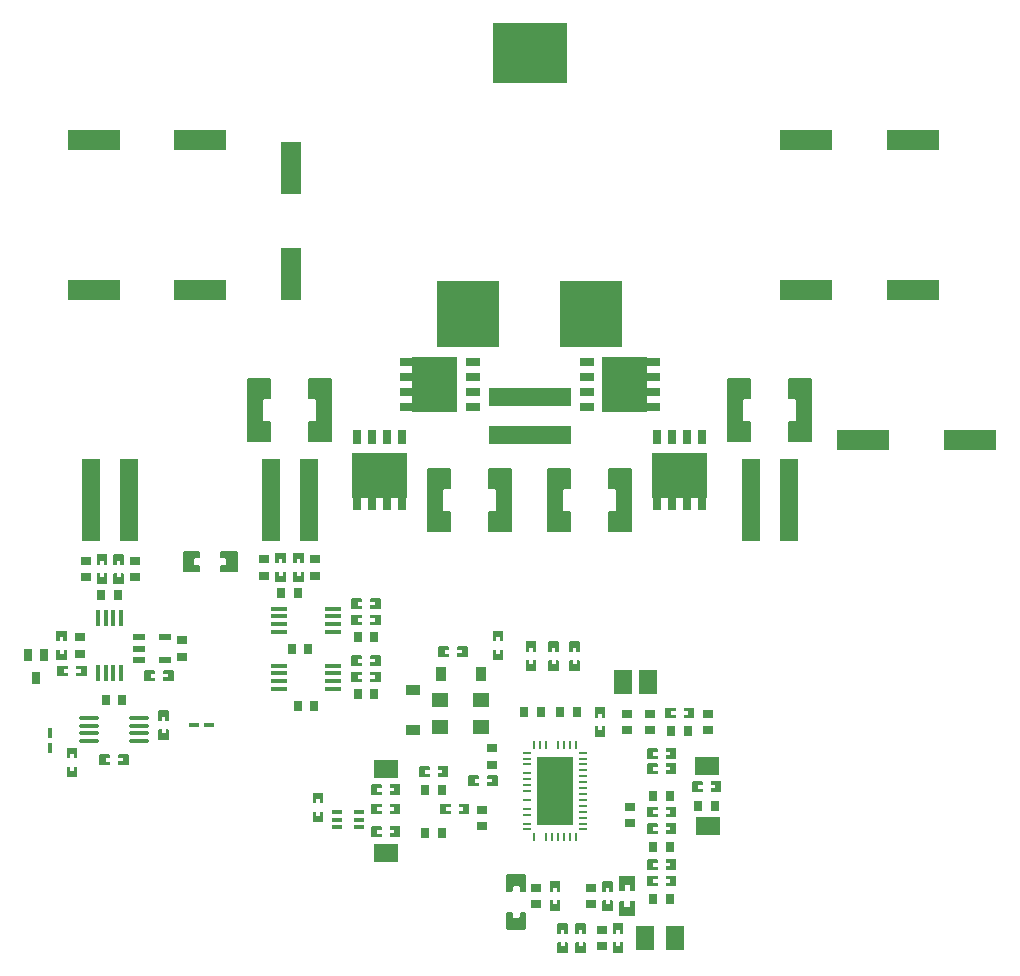
<source format=gtp>
G04 Layer: TopPasteMaskLayer*
G04 EasyEDA v6.5.37, 2024-09-25 03:55:15*
G04 7e8e10f67f6b4ae2816efe54b0c62c6c,10*
G04 Gerber Generator version 0.2*
G04 Scale: 100 percent, Rotated: No, Reflected: No *
G04 Dimensions in inches *
G04 leading zeros omitted , absolute positions ,3 integer and 6 decimal *
%FSLAX36Y36*%
%MOIN*%

%AMMACRO1*21,1,$1,$2,0,0,$3*%
%ADD10MACRO1,0.0142X0.0366X90.0000*%
%ADD11R,0.0366X0.0142*%
%ADD12MACRO1,0.0142X0.0366X0.0000*%
%ADD13R,0.0315X0.0354*%
%ADD14R,0.0354X0.0315*%
%ADD15R,0.0276X0.0394*%
%ADD16O,0.066614X0.014331*%
%ADD17R,0.0394X0.0236*%
%ADD18R,0.0550X0.0160*%
%ADD19R,0.0160X0.0550*%
%ADD20R,0.0591X0.2756*%
%ADD21R,0.2756X0.0591*%
%ADD22R,0.1772X0.0650*%
%ADD23R,0.0650X0.1772*%
%ADD24R,0.0374X0.0453*%
%ADD25R,0.0453X0.0374*%
%ADD26R,0.0551X0.0472*%
%ADD27R,0.2098X0.2201*%
%ADD28R,0.2500X0.2000*%
%ADD29R,0.0787X0.0591*%
%ADD30R,0.0591X0.0787*%
%ADD31R,0.0276X0.0098*%
%ADD32R,0.0098X0.0276*%
%ADD33R,0.1220X0.2303*%
%ADD34R,0.0361X0.0138*%
%ADD35R,0.0192X0.0138*%

%LPD*%
G36*
X972400Y-1770980D02*
G01*
X968460Y-1774920D01*
X968460Y-1789500D01*
X972400Y-1793440D01*
X984400Y-1793440D01*
X988340Y-1797380D01*
X988340Y-1812620D01*
X984400Y-1816560D01*
X972400Y-1816560D01*
X968460Y-1820500D01*
X968460Y-1835080D01*
X972400Y-1839019D01*
X1023000Y-1839019D01*
X1026919Y-1835080D01*
X1026919Y-1774920D01*
X1023000Y-1770980D01*
G37*
G36*
X847000Y-1770980D02*
G01*
X843080Y-1774920D01*
X843080Y-1835080D01*
X847000Y-1839019D01*
X897600Y-1839019D01*
X901540Y-1835080D01*
X901540Y-1820500D01*
X897600Y-1816560D01*
X885600Y-1816560D01*
X881660Y-1812620D01*
X881660Y-1797380D01*
X885600Y-1793440D01*
X897600Y-1793440D01*
X901540Y-1789500D01*
X901540Y-1774920D01*
X897600Y-1770980D01*
G37*
G36*
X1214260Y-1775980D02*
G01*
X1212280Y-1777940D01*
X1212280Y-1809440D01*
X1214260Y-1811420D01*
X1223220Y-1811420D01*
X1223220Y-1796840D01*
X1236220Y-1796840D01*
X1236220Y-1811420D01*
X1245740Y-1811420D01*
X1247720Y-1809440D01*
X1247720Y-1777940D01*
X1245740Y-1775980D01*
G37*
G36*
X1214240Y-1838580D02*
G01*
X1212280Y-1840540D01*
X1212280Y-1872040D01*
X1214240Y-1874019D01*
X1245740Y-1874019D01*
X1247720Y-1872040D01*
X1247720Y-1840540D01*
X1245740Y-1838580D01*
X1236760Y-1838580D01*
X1236760Y-1853140D01*
X1223780Y-1853140D01*
X1223780Y-1838580D01*
G37*
G36*
X2069259Y-2870980D02*
G01*
X2067280Y-2872960D01*
X2067280Y-2904440D01*
X2069259Y-2906420D01*
X2078220Y-2906420D01*
X2078220Y-2891840D01*
X2091220Y-2891840D01*
X2091220Y-2906420D01*
X2100740Y-2906420D01*
X2102720Y-2904440D01*
X2102720Y-2872960D01*
X2100740Y-2870980D01*
G37*
G36*
X2069259Y-2933580D02*
G01*
X2067280Y-2935560D01*
X2067280Y-2967040D01*
X2069259Y-2969020D01*
X2100740Y-2969020D01*
X2102720Y-2967040D01*
X2102720Y-2935560D01*
X2100740Y-2933580D01*
X2091780Y-2933580D01*
X2091780Y-2948159D01*
X2078779Y-2948159D01*
X2078779Y-2933580D01*
G37*
G36*
X614260Y-1843580D02*
G01*
X612280Y-1845560D01*
X612280Y-1877040D01*
X614260Y-1879019D01*
X645740Y-1879019D01*
X647720Y-1877040D01*
X647720Y-1845560D01*
X645740Y-1843580D01*
X636780Y-1843580D01*
X636780Y-1858160D01*
X623780Y-1858160D01*
X623780Y-1843580D01*
G37*
G36*
X614260Y-1780980D02*
G01*
X612280Y-1782960D01*
X612280Y-1814440D01*
X614260Y-1816420D01*
X623220Y-1816420D01*
X623220Y-1801840D01*
X636220Y-1801840D01*
X636220Y-1816420D01*
X645740Y-1816420D01*
X647720Y-1814440D01*
X647720Y-1782960D01*
X645740Y-1780980D01*
G37*
G36*
X559260Y-1843580D02*
G01*
X557280Y-1845560D01*
X557280Y-1877040D01*
X559260Y-1879019D01*
X590740Y-1879019D01*
X592720Y-1877040D01*
X592720Y-1845560D01*
X590740Y-1843580D01*
X581780Y-1843580D01*
X581780Y-1858160D01*
X568780Y-1858160D01*
X568780Y-1843580D01*
G37*
G36*
X559260Y-1780980D02*
G01*
X557280Y-1782960D01*
X557280Y-1814440D01*
X559260Y-1816420D01*
X568220Y-1816420D01*
X568220Y-1801840D01*
X581220Y-1801840D01*
X581220Y-1816420D01*
X590740Y-1816420D01*
X592720Y-1814440D01*
X592720Y-1782960D01*
X590740Y-1780980D01*
G37*
G36*
X1154260Y-1775980D02*
G01*
X1152280Y-1777940D01*
X1152280Y-1809440D01*
X1154260Y-1811420D01*
X1163220Y-1811420D01*
X1163220Y-1796840D01*
X1176220Y-1796840D01*
X1176220Y-1811420D01*
X1185740Y-1811420D01*
X1187720Y-1809440D01*
X1187720Y-1777940D01*
X1185740Y-1775980D01*
G37*
G36*
X1154240Y-1838580D02*
G01*
X1152280Y-1840540D01*
X1152280Y-1872040D01*
X1154240Y-1874019D01*
X1185740Y-1874019D01*
X1187720Y-1872040D01*
X1187720Y-1840540D01*
X1185740Y-1838580D01*
X1176760Y-1838580D01*
X1176760Y-1853140D01*
X1163780Y-1853140D01*
X1163780Y-1838580D01*
G37*
G36*
X780560Y-2167280D02*
G01*
X778580Y-2169240D01*
X778580Y-2178220D01*
X793139Y-2178220D01*
X793139Y-2191220D01*
X778580Y-2191220D01*
X778580Y-2200740D01*
X780560Y-2202720D01*
X812039Y-2202720D01*
X814020Y-2200740D01*
X814020Y-2169240D01*
X812039Y-2167280D01*
G37*
G36*
X717960Y-2167280D02*
G01*
X715980Y-2169240D01*
X715980Y-2200740D01*
X717960Y-2202720D01*
X749440Y-2202720D01*
X751420Y-2200740D01*
X751420Y-2191760D01*
X736840Y-2191760D01*
X736840Y-2178780D01*
X751420Y-2178780D01*
X751420Y-2169240D01*
X749440Y-2167280D01*
G37*
G36*
X490560Y-2152280D02*
G01*
X488579Y-2154260D01*
X488579Y-2163220D01*
X503160Y-2163220D01*
X503160Y-2176220D01*
X488579Y-2176220D01*
X488579Y-2185740D01*
X490560Y-2187720D01*
X522040Y-2187720D01*
X524020Y-2185740D01*
X524020Y-2154260D01*
X522040Y-2152280D01*
G37*
G36*
X427960Y-2152280D02*
G01*
X425980Y-2154260D01*
X425980Y-2185740D01*
X427960Y-2187720D01*
X459440Y-2187720D01*
X461420Y-2185740D01*
X461420Y-2176780D01*
X446840Y-2176780D01*
X446840Y-2163780D01*
X461420Y-2163780D01*
X461420Y-2154260D01*
X459440Y-2152280D01*
G37*
G36*
X459260Y-2425980D02*
G01*
X457280Y-2427940D01*
X457280Y-2459440D01*
X459260Y-2461420D01*
X468220Y-2461420D01*
X468220Y-2446840D01*
X481220Y-2446840D01*
X481220Y-2461420D01*
X490740Y-2461420D01*
X492720Y-2459440D01*
X492720Y-2427940D01*
X490740Y-2425980D01*
G37*
G36*
X459260Y-2488580D02*
G01*
X457280Y-2490540D01*
X457280Y-2522040D01*
X459260Y-2524020D01*
X490740Y-2524020D01*
X492720Y-2522040D01*
X492720Y-2490540D01*
X490740Y-2488580D01*
X481780Y-2488580D01*
X481780Y-2503140D01*
X468780Y-2503140D01*
X468780Y-2488580D01*
G37*
G36*
X630560Y-2447280D02*
G01*
X628580Y-2449240D01*
X628580Y-2458220D01*
X643139Y-2458220D01*
X643139Y-2471220D01*
X628580Y-2471220D01*
X628580Y-2480740D01*
X630560Y-2482720D01*
X662039Y-2482720D01*
X664020Y-2480740D01*
X664020Y-2449240D01*
X662039Y-2447280D01*
G37*
G36*
X567960Y-2447280D02*
G01*
X565980Y-2449240D01*
X565980Y-2480740D01*
X567960Y-2482720D01*
X599440Y-2482720D01*
X601420Y-2480740D01*
X601420Y-2471760D01*
X586840Y-2471760D01*
X586840Y-2458780D01*
X601420Y-2458780D01*
X601420Y-2449240D01*
X599440Y-2447280D01*
G37*
G36*
X764260Y-2300980D02*
G01*
X762280Y-2302940D01*
X762280Y-2334440D01*
X764260Y-2336420D01*
X773220Y-2336420D01*
X773220Y-2321840D01*
X786220Y-2321840D01*
X786220Y-2336420D01*
X795740Y-2336420D01*
X797720Y-2334440D01*
X797720Y-2302940D01*
X795740Y-2300980D01*
G37*
G36*
X764260Y-2363580D02*
G01*
X762280Y-2365540D01*
X762280Y-2397040D01*
X764260Y-2399020D01*
X795740Y-2399020D01*
X797720Y-2397040D01*
X797720Y-2365540D01*
X795740Y-2363580D01*
X786780Y-2363580D01*
X786780Y-2378140D01*
X773780Y-2378140D01*
X773780Y-2363580D01*
G37*
G36*
X1470560Y-2172280D02*
G01*
X1468580Y-2174260D01*
X1468580Y-2183220D01*
X1483140Y-2183220D01*
X1483140Y-2196220D01*
X1468580Y-2196220D01*
X1468580Y-2205740D01*
X1470560Y-2207720D01*
X1502040Y-2207720D01*
X1504019Y-2205740D01*
X1504019Y-2174260D01*
X1502040Y-2172280D01*
G37*
G36*
X1407960Y-2172280D02*
G01*
X1405980Y-2174260D01*
X1405980Y-2205740D01*
X1407960Y-2207720D01*
X1439440Y-2207720D01*
X1441420Y-2205740D01*
X1441420Y-2196780D01*
X1426860Y-2196780D01*
X1426860Y-2183780D01*
X1441420Y-2183780D01*
X1441420Y-2174260D01*
X1439440Y-2172280D01*
G37*
G36*
X1470560Y-1982280D02*
G01*
X1468580Y-1984259D01*
X1468580Y-1993220D01*
X1483140Y-1993220D01*
X1483140Y-2006220D01*
X1468580Y-2006220D01*
X1468580Y-2015740D01*
X1470560Y-2017720D01*
X1502040Y-2017720D01*
X1504019Y-2015740D01*
X1504019Y-1984259D01*
X1502040Y-1982280D01*
G37*
G36*
X1407960Y-1982280D02*
G01*
X1405980Y-1984259D01*
X1405980Y-2015740D01*
X1407960Y-2017720D01*
X1439440Y-2017720D01*
X1441420Y-2015740D01*
X1441420Y-2006780D01*
X1426860Y-2006780D01*
X1426860Y-1993779D01*
X1441420Y-1993779D01*
X1441420Y-1984259D01*
X1439440Y-1982280D01*
G37*
G36*
X1470560Y-2117280D02*
G01*
X1468580Y-2119260D01*
X1468580Y-2128220D01*
X1483140Y-2128220D01*
X1483140Y-2141220D01*
X1468580Y-2141220D01*
X1468580Y-2150740D01*
X1470560Y-2152720D01*
X1502040Y-2152720D01*
X1504019Y-2150740D01*
X1504019Y-2119260D01*
X1502040Y-2117280D01*
G37*
G36*
X1407960Y-2117280D02*
G01*
X1405980Y-2119260D01*
X1405980Y-2150740D01*
X1407960Y-2152720D01*
X1439440Y-2152720D01*
X1441420Y-2150740D01*
X1441420Y-2141780D01*
X1426860Y-2141780D01*
X1426860Y-2128780D01*
X1441420Y-2128780D01*
X1441420Y-2119260D01*
X1439440Y-2117280D01*
G37*
G36*
X1470560Y-1927280D02*
G01*
X1468580Y-1929259D01*
X1468580Y-1938220D01*
X1483140Y-1938220D01*
X1483140Y-1951220D01*
X1468580Y-1951220D01*
X1468580Y-1960740D01*
X1470560Y-1962720D01*
X1502040Y-1962720D01*
X1504019Y-1960740D01*
X1504019Y-1929259D01*
X1502040Y-1927280D01*
G37*
G36*
X1407960Y-1927280D02*
G01*
X1405980Y-1929259D01*
X1405980Y-1960740D01*
X1407960Y-1962720D01*
X1439440Y-1962720D01*
X1441420Y-1960740D01*
X1441420Y-1951780D01*
X1426860Y-1951780D01*
X1426860Y-1938779D01*
X1441420Y-1938779D01*
X1441420Y-1929259D01*
X1439440Y-1927280D01*
G37*
G36*
X424260Y-2035980D02*
G01*
X422280Y-2037960D01*
X422280Y-2069440D01*
X424260Y-2071420D01*
X433220Y-2071420D01*
X433220Y-2056840D01*
X446220Y-2056840D01*
X446220Y-2071420D01*
X455740Y-2071420D01*
X457720Y-2069440D01*
X457720Y-2037960D01*
X455740Y-2035980D01*
G37*
G36*
X424260Y-2098580D02*
G01*
X422280Y-2100560D01*
X422280Y-2132040D01*
X424260Y-2134020D01*
X455740Y-2134020D01*
X457720Y-2132040D01*
X457720Y-2100560D01*
X455740Y-2098580D01*
X446780Y-2098580D01*
X446780Y-2113160D01*
X433780Y-2113160D01*
X433780Y-2098580D01*
G37*
G36*
X2279260Y-3010980D02*
G01*
X2277280Y-3012960D01*
X2277280Y-3044440D01*
X2279260Y-3046420D01*
X2288220Y-3046420D01*
X2288220Y-3031840D01*
X2301220Y-3031840D01*
X2301220Y-3046420D01*
X2310740Y-3046420D01*
X2312720Y-3044440D01*
X2312720Y-3012960D01*
X2310740Y-3010980D01*
G37*
G36*
X2279260Y-3073580D02*
G01*
X2277280Y-3075560D01*
X2277280Y-3107040D01*
X2279260Y-3109020D01*
X2310740Y-3109020D01*
X2312720Y-3107040D01*
X2312720Y-3075560D01*
X2310740Y-3073580D01*
X2301780Y-3073580D01*
X2301780Y-3088159D01*
X2288780Y-3088159D01*
X2288780Y-3073580D01*
G37*
G36*
X1535560Y-2547280D02*
G01*
X1533580Y-2549260D01*
X1533580Y-2558220D01*
X1548140Y-2558220D01*
X1548140Y-2571220D01*
X1533580Y-2571220D01*
X1533580Y-2580740D01*
X1535560Y-2582720D01*
X1567040Y-2582720D01*
X1569019Y-2580740D01*
X1569019Y-2549260D01*
X1567040Y-2547280D01*
G37*
G36*
X1472960Y-2547280D02*
G01*
X1470980Y-2549260D01*
X1470980Y-2580740D01*
X1472960Y-2582720D01*
X1504440Y-2582720D01*
X1506420Y-2580740D01*
X1506420Y-2571780D01*
X1491860Y-2571780D01*
X1491860Y-2558780D01*
X1506420Y-2558780D01*
X1506420Y-2549260D01*
X1504440Y-2547280D01*
G37*
G36*
X1472960Y-2687280D02*
G01*
X1470980Y-2689260D01*
X1470980Y-2720740D01*
X1472960Y-2722720D01*
X1504440Y-2722720D01*
X1506420Y-2720740D01*
X1506420Y-2711780D01*
X1491860Y-2711780D01*
X1491860Y-2698780D01*
X1506420Y-2698780D01*
X1506420Y-2689260D01*
X1504440Y-2687280D01*
G37*
G36*
X1535560Y-2687280D02*
G01*
X1533580Y-2689260D01*
X1533580Y-2698220D01*
X1548140Y-2698220D01*
X1548140Y-2711220D01*
X1533580Y-2711220D01*
X1533580Y-2720740D01*
X1535560Y-2722720D01*
X1567040Y-2722720D01*
X1569019Y-2720740D01*
X1569019Y-2689260D01*
X1567040Y-2687280D01*
G37*
G36*
X1472960Y-2612280D02*
G01*
X1470980Y-2614260D01*
X1470980Y-2645740D01*
X1472960Y-2647720D01*
X1504440Y-2647720D01*
X1506420Y-2645740D01*
X1506420Y-2636780D01*
X1491860Y-2636780D01*
X1491860Y-2623780D01*
X1506420Y-2623780D01*
X1506420Y-2614260D01*
X1504440Y-2612280D01*
G37*
G36*
X1535560Y-2612280D02*
G01*
X1533580Y-2614260D01*
X1533580Y-2623220D01*
X1548140Y-2623220D01*
X1548140Y-2636220D01*
X1533580Y-2636220D01*
X1533580Y-2645740D01*
X1535560Y-2647720D01*
X1567040Y-2647720D01*
X1569019Y-2645740D01*
X1569019Y-2614260D01*
X1567040Y-2612280D01*
G37*
G36*
X2315940Y-2937720D02*
G01*
X2299800Y-2937919D01*
X2297840Y-2939880D01*
X2297840Y-2985160D01*
X2299800Y-2987120D01*
X2350200Y-2987120D01*
X2352160Y-2985160D01*
X2352160Y-2939880D01*
X2350200Y-2937919D01*
X2333660Y-2938100D01*
X2333660Y-2955440D01*
X2315940Y-2955440D01*
G37*
G36*
X2299800Y-2852880D02*
G01*
X2297840Y-2854840D01*
X2297840Y-2900120D01*
X2299800Y-2902080D01*
X2316340Y-2901900D01*
X2316340Y-2884560D01*
X2334060Y-2884560D01*
X2334060Y-2902280D01*
X2350200Y-2902080D01*
X2352160Y-2900120D01*
X2352160Y-2854840D01*
X2350200Y-2852880D01*
G37*
G36*
X1924920Y-2848080D02*
G01*
X1920980Y-2852000D01*
X1920980Y-2902600D01*
X1924920Y-2906540D01*
X1939500Y-2906540D01*
X1943440Y-2902600D01*
X1943440Y-2890600D01*
X1947380Y-2886660D01*
X1962620Y-2886660D01*
X1966560Y-2890600D01*
X1966560Y-2902600D01*
X1970500Y-2906540D01*
X1985080Y-2906540D01*
X1989019Y-2902600D01*
X1989019Y-2852000D01*
X1985080Y-2848080D01*
G37*
G36*
X1924920Y-2973460D02*
G01*
X1920980Y-2977400D01*
X1920980Y-3028000D01*
X1924920Y-3031920D01*
X1985080Y-3031920D01*
X1989019Y-3028000D01*
X1989019Y-2977400D01*
X1985080Y-2973460D01*
X1970500Y-2973460D01*
X1966560Y-2977400D01*
X1966560Y-2989400D01*
X1962620Y-2993340D01*
X1947380Y-2993340D01*
X1943440Y-2989400D01*
X1943440Y-2977400D01*
X1939500Y-2973460D01*
G37*
G36*
X1561220Y-1366440D02*
G01*
X1561220Y-1413680D01*
X1588779Y-1413680D01*
X1588779Y-1366440D01*
G37*
G36*
X1511220Y-1366440D02*
G01*
X1511220Y-1413680D01*
X1538779Y-1413680D01*
X1538779Y-1366440D01*
G37*
G36*
X1461220Y-1366440D02*
G01*
X1461220Y-1413680D01*
X1488779Y-1413680D01*
X1488779Y-1366440D01*
G37*
G36*
X1411220Y-1366440D02*
G01*
X1411220Y-1413680D01*
X1438779Y-1413680D01*
X1438779Y-1366440D01*
G37*
G36*
X1409460Y-1442240D02*
G01*
X1409460Y-1591819D01*
X1411420Y-1591819D01*
X1411420Y-1633580D01*
X1438980Y-1633580D01*
X1438980Y-1591819D01*
X1461020Y-1591819D01*
X1461020Y-1633540D01*
X1488540Y-1633540D01*
X1488540Y-1591819D01*
X1511020Y-1591819D01*
X1511020Y-1633540D01*
X1538540Y-1633540D01*
X1538540Y-1591819D01*
X1561060Y-1591819D01*
X1561060Y-1633540D01*
X1588580Y-1633540D01*
X1588620Y-1591819D01*
X1590560Y-1591819D01*
X1590560Y-1442240D01*
G37*
G36*
X1786320Y-1276220D02*
G01*
X1786320Y-1303779D01*
X1833560Y-1303779D01*
X1833560Y-1276220D01*
G37*
G36*
X1786320Y-1226220D02*
G01*
X1786320Y-1253780D01*
X1833560Y-1253780D01*
X1833560Y-1226220D01*
G37*
G36*
X1786320Y-1176220D02*
G01*
X1786320Y-1203780D01*
X1833560Y-1203780D01*
X1833560Y-1176220D01*
G37*
G36*
X1786320Y-1126220D02*
G01*
X1786320Y-1153780D01*
X1833560Y-1153780D01*
X1833560Y-1126220D01*
G37*
G36*
X1608180Y-1124460D02*
G01*
X1608180Y-1126420D01*
X1566420Y-1126420D01*
X1566420Y-1153980D01*
X1608180Y-1153980D01*
X1608180Y-1176020D01*
X1566459Y-1176020D01*
X1566459Y-1203540D01*
X1608180Y-1203540D01*
X1608180Y-1226020D01*
X1566459Y-1226020D01*
X1566459Y-1253540D01*
X1608180Y-1253540D01*
X1608180Y-1276060D01*
X1566459Y-1276060D01*
X1566459Y-1303580D01*
X1608180Y-1303620D01*
X1608180Y-1305560D01*
X1757760Y-1305560D01*
X1757760Y-1124460D01*
G37*
G36*
X2166440Y-1126220D02*
G01*
X2166440Y-1153780D01*
X2213680Y-1153780D01*
X2213680Y-1126220D01*
G37*
G36*
X2166440Y-1176220D02*
G01*
X2166440Y-1203780D01*
X2213680Y-1203780D01*
X2213680Y-1176220D01*
G37*
G36*
X2166440Y-1226220D02*
G01*
X2166440Y-1253780D01*
X2213680Y-1253780D01*
X2213680Y-1226220D01*
G37*
G36*
X2166440Y-1276220D02*
G01*
X2166440Y-1303779D01*
X2213680Y-1303779D01*
X2213680Y-1276220D01*
G37*
G36*
X2242240Y-1124440D02*
G01*
X2242240Y-1305540D01*
X2391820Y-1305540D01*
X2391820Y-1303580D01*
X2433580Y-1303580D01*
X2433580Y-1276020D01*
X2391820Y-1276020D01*
X2391820Y-1253980D01*
X2433540Y-1253980D01*
X2433540Y-1226460D01*
X2391820Y-1226460D01*
X2391820Y-1203980D01*
X2433540Y-1203980D01*
X2433540Y-1176460D01*
X2391820Y-1176460D01*
X2391820Y-1153940D01*
X2433540Y-1153940D01*
X2433540Y-1126420D01*
X2391820Y-1126380D01*
X2391820Y-1124440D01*
G37*
G36*
X2561220Y-1366440D02*
G01*
X2561220Y-1413680D01*
X2588780Y-1413680D01*
X2588780Y-1366440D01*
G37*
G36*
X2511220Y-1366440D02*
G01*
X2511220Y-1413680D01*
X2538780Y-1413680D01*
X2538780Y-1366440D01*
G37*
G36*
X2461220Y-1366440D02*
G01*
X2461220Y-1413680D01*
X2488780Y-1413680D01*
X2488780Y-1366440D01*
G37*
G36*
X2411220Y-1366440D02*
G01*
X2411220Y-1413680D01*
X2438780Y-1413680D01*
X2438780Y-1366440D01*
G37*
G36*
X2409460Y-1442240D02*
G01*
X2409460Y-1591819D01*
X2411420Y-1591819D01*
X2411420Y-1633580D01*
X2438980Y-1633580D01*
X2438980Y-1591819D01*
X2461020Y-1591819D01*
X2461020Y-1633540D01*
X2488540Y-1633540D01*
X2488540Y-1591819D01*
X2511020Y-1591819D01*
X2511020Y-1633540D01*
X2538540Y-1633540D01*
X2538540Y-1591819D01*
X2561060Y-1591819D01*
X2561060Y-1633540D01*
X2588580Y-1633540D01*
X2588620Y-1591819D01*
X2590560Y-1591819D01*
X2590560Y-1442240D01*
G37*
G36*
X1879259Y-2035980D02*
G01*
X1877280Y-2037960D01*
X1877280Y-2069440D01*
X1879259Y-2071420D01*
X1888220Y-2071420D01*
X1888220Y-2056840D01*
X1901220Y-2056840D01*
X1901220Y-2071420D01*
X1910740Y-2071420D01*
X1912720Y-2069440D01*
X1912720Y-2037960D01*
X1910740Y-2035980D01*
G37*
G36*
X1879259Y-2098580D02*
G01*
X1877280Y-2100560D01*
X1877280Y-2132040D01*
X1879259Y-2134020D01*
X1910740Y-2134020D01*
X1912720Y-2132040D01*
X1912720Y-2100560D01*
X1910740Y-2098580D01*
X1901780Y-2098580D01*
X1901780Y-2113160D01*
X1888779Y-2113160D01*
X1888779Y-2098580D01*
G37*
G36*
X1989259Y-2070980D02*
G01*
X1987280Y-2072960D01*
X1987280Y-2104440D01*
X1989259Y-2106420D01*
X1998220Y-2106420D01*
X1998220Y-2091840D01*
X2011220Y-2091840D01*
X2011220Y-2106420D01*
X2020740Y-2106420D01*
X2022720Y-2104440D01*
X2022720Y-2072960D01*
X2020740Y-2070980D01*
G37*
G36*
X1989259Y-2133580D02*
G01*
X1987280Y-2135560D01*
X1987280Y-2167040D01*
X1989259Y-2169020D01*
X2020740Y-2169020D01*
X2022720Y-2167040D01*
X2022720Y-2135560D01*
X2020740Y-2133580D01*
X2011780Y-2133580D01*
X2011780Y-2148160D01*
X1998779Y-2148160D01*
X1998779Y-2133580D01*
G37*
G36*
X2064259Y-2070980D02*
G01*
X2062280Y-2072960D01*
X2062280Y-2104440D01*
X2064259Y-2106420D01*
X2073220Y-2106420D01*
X2073220Y-2091840D01*
X2086220Y-2091840D01*
X2086220Y-2106420D01*
X2095740Y-2106420D01*
X2097720Y-2104440D01*
X2097720Y-2072960D01*
X2095740Y-2070980D01*
G37*
G36*
X2064259Y-2133580D02*
G01*
X2062280Y-2135560D01*
X2062280Y-2167040D01*
X2064259Y-2169020D01*
X2095740Y-2169020D01*
X2097720Y-2167040D01*
X2097720Y-2135560D01*
X2095740Y-2133580D01*
X2086780Y-2133580D01*
X2086780Y-2148160D01*
X2073779Y-2148160D01*
X2073779Y-2133580D01*
G37*
G36*
X2134260Y-2070980D02*
G01*
X2132280Y-2072960D01*
X2132280Y-2104440D01*
X2134260Y-2106420D01*
X2143220Y-2106420D01*
X2143220Y-2091840D01*
X2156220Y-2091840D01*
X2156220Y-2106420D01*
X2165740Y-2106420D01*
X2167720Y-2104440D01*
X2167720Y-2072960D01*
X2165740Y-2070980D01*
G37*
G36*
X2134260Y-2133580D02*
G01*
X2132280Y-2135560D01*
X2132280Y-2167040D01*
X2134260Y-2169020D01*
X2165740Y-2169020D01*
X2167720Y-2167040D01*
X2167720Y-2135560D01*
X2165740Y-2133580D01*
X2156780Y-2133580D01*
X2156780Y-2148160D01*
X2143780Y-2148160D01*
X2143780Y-2133580D01*
G37*
G36*
X1860560Y-2517280D02*
G01*
X1858580Y-2519260D01*
X1858580Y-2528220D01*
X1873140Y-2528220D01*
X1873140Y-2541220D01*
X1858580Y-2541220D01*
X1858580Y-2550740D01*
X1860560Y-2552720D01*
X1892040Y-2552720D01*
X1894019Y-2550740D01*
X1894019Y-2519260D01*
X1892040Y-2517280D01*
G37*
G36*
X1797960Y-2517280D02*
G01*
X1795980Y-2519260D01*
X1795980Y-2550740D01*
X1797960Y-2552720D01*
X1829440Y-2552720D01*
X1831420Y-2550740D01*
X1831420Y-2541780D01*
X1816860Y-2541780D01*
X1816860Y-2528780D01*
X1831420Y-2528780D01*
X1831420Y-2519260D01*
X1829440Y-2517280D01*
G37*
G36*
X2542960Y-2537280D02*
G01*
X2540980Y-2539260D01*
X2540980Y-2570740D01*
X2542960Y-2572720D01*
X2574440Y-2572720D01*
X2576420Y-2570740D01*
X2576420Y-2561780D01*
X2561860Y-2561780D01*
X2561860Y-2548780D01*
X2576420Y-2548780D01*
X2576420Y-2539260D01*
X2574440Y-2537280D01*
G37*
G36*
X2605560Y-2537280D02*
G01*
X2603580Y-2539260D01*
X2603580Y-2548220D01*
X2618140Y-2548220D01*
X2618140Y-2561220D01*
X2603580Y-2561220D01*
X2603580Y-2570740D01*
X2605560Y-2572720D01*
X2637040Y-2572720D01*
X2639020Y-2570740D01*
X2639020Y-2539260D01*
X2637040Y-2537280D01*
G37*
G36*
X1695560Y-2487280D02*
G01*
X1693580Y-2489260D01*
X1693580Y-2498220D01*
X1708140Y-2498220D01*
X1708140Y-2511220D01*
X1693580Y-2511220D01*
X1693580Y-2520740D01*
X1695560Y-2522720D01*
X1727040Y-2522720D01*
X1729019Y-2520740D01*
X1729019Y-2489260D01*
X1727040Y-2487280D01*
G37*
G36*
X1632960Y-2487280D02*
G01*
X1630980Y-2489260D01*
X1630980Y-2520740D01*
X1632960Y-2522720D01*
X1664440Y-2522720D01*
X1666420Y-2520740D01*
X1666420Y-2511780D01*
X1651860Y-2511780D01*
X1651860Y-2498780D01*
X1666420Y-2498780D01*
X1666420Y-2489260D01*
X1664440Y-2487280D01*
G37*
G36*
X2219260Y-2353580D02*
G01*
X2217280Y-2355560D01*
X2217280Y-2387040D01*
X2219260Y-2389020D01*
X2250740Y-2389020D01*
X2252720Y-2387040D01*
X2252720Y-2355560D01*
X2250740Y-2353580D01*
X2241780Y-2353580D01*
X2241780Y-2368160D01*
X2228780Y-2368160D01*
X2228780Y-2353580D01*
G37*
G36*
X2219260Y-2290980D02*
G01*
X2217280Y-2292960D01*
X2217280Y-2324440D01*
X2219260Y-2326420D01*
X2228220Y-2326420D01*
X2228220Y-2311840D01*
X2241220Y-2311840D01*
X2241220Y-2326420D01*
X2250740Y-2326420D01*
X2252720Y-2324440D01*
X2252720Y-2292960D01*
X2250740Y-2290980D01*
G37*
G36*
X2455560Y-2622280D02*
G01*
X2453580Y-2624260D01*
X2453580Y-2633220D01*
X2468140Y-2633220D01*
X2468140Y-2646220D01*
X2453580Y-2646220D01*
X2453580Y-2655740D01*
X2455560Y-2657720D01*
X2487040Y-2657720D01*
X2489020Y-2655740D01*
X2489020Y-2624260D01*
X2487040Y-2622280D01*
G37*
G36*
X2392960Y-2622280D02*
G01*
X2390980Y-2624260D01*
X2390980Y-2655740D01*
X2392960Y-2657720D01*
X2424440Y-2657720D01*
X2426420Y-2655740D01*
X2426420Y-2646780D01*
X2411860Y-2646780D01*
X2411860Y-2633780D01*
X2426420Y-2633780D01*
X2426420Y-2624260D01*
X2424440Y-2622280D01*
G37*
G36*
X2455560Y-2677280D02*
G01*
X2453580Y-2679260D01*
X2453580Y-2688220D01*
X2468140Y-2688220D01*
X2468140Y-2701220D01*
X2453580Y-2701220D01*
X2453580Y-2710740D01*
X2455560Y-2712720D01*
X2487040Y-2712720D01*
X2489020Y-2710740D01*
X2489020Y-2679260D01*
X2487040Y-2677280D01*
G37*
G36*
X2392960Y-2677280D02*
G01*
X2390980Y-2679260D01*
X2390980Y-2710740D01*
X2392960Y-2712720D01*
X2424440Y-2712720D01*
X2426420Y-2710740D01*
X2426420Y-2701780D01*
X2411860Y-2701780D01*
X2411860Y-2688780D01*
X2426420Y-2688780D01*
X2426420Y-2679260D01*
X2424440Y-2677280D01*
G37*
G36*
X1702960Y-2612280D02*
G01*
X1700980Y-2614260D01*
X1700980Y-2645740D01*
X1702960Y-2647720D01*
X1734440Y-2647720D01*
X1736420Y-2645740D01*
X1736420Y-2636780D01*
X1721860Y-2636780D01*
X1721860Y-2623780D01*
X1736420Y-2623780D01*
X1736420Y-2614260D01*
X1734440Y-2612280D01*
G37*
G36*
X1765560Y-2612280D02*
G01*
X1763580Y-2614260D01*
X1763580Y-2623220D01*
X1778140Y-2623220D01*
X1778140Y-2636220D01*
X1763580Y-2636220D01*
X1763580Y-2645740D01*
X1765560Y-2647720D01*
X1797040Y-2647720D01*
X1799019Y-2645740D01*
X1799019Y-2614260D01*
X1797040Y-2612280D01*
G37*
G36*
X1697960Y-2087280D02*
G01*
X1695980Y-2089259D01*
X1695980Y-2120740D01*
X1697960Y-2122720D01*
X1729440Y-2122720D01*
X1731420Y-2120740D01*
X1731420Y-2111780D01*
X1716860Y-2111780D01*
X1716860Y-2098780D01*
X1731420Y-2098780D01*
X1731420Y-2089259D01*
X1729440Y-2087280D01*
G37*
G36*
X1760560Y-2087280D02*
G01*
X1758580Y-2089259D01*
X1758580Y-2098220D01*
X1773140Y-2098220D01*
X1773140Y-2111220D01*
X1758580Y-2111220D01*
X1758580Y-2120740D01*
X1760560Y-2122720D01*
X1792040Y-2122720D01*
X1794019Y-2120740D01*
X1794019Y-2089259D01*
X1792040Y-2087280D01*
G37*
G36*
X2244260Y-2870980D02*
G01*
X2242280Y-2872960D01*
X2242280Y-2904440D01*
X2244260Y-2906420D01*
X2253220Y-2906420D01*
X2253220Y-2891840D01*
X2266220Y-2891840D01*
X2266220Y-2906420D01*
X2275740Y-2906420D01*
X2277720Y-2904440D01*
X2277720Y-2872960D01*
X2275740Y-2870980D01*
G37*
G36*
X2244260Y-2933580D02*
G01*
X2242280Y-2935560D01*
X2242280Y-2967040D01*
X2244260Y-2969020D01*
X2275740Y-2969020D01*
X2277720Y-2967040D01*
X2277720Y-2935560D01*
X2275740Y-2933580D01*
X2266780Y-2933580D01*
X2266780Y-2948159D01*
X2253780Y-2948159D01*
X2253780Y-2933580D01*
G37*
G36*
X2094259Y-3073580D02*
G01*
X2092280Y-3075560D01*
X2092280Y-3107040D01*
X2094259Y-3109020D01*
X2125740Y-3109020D01*
X2127720Y-3107040D01*
X2127720Y-3075560D01*
X2125740Y-3073580D01*
X2116780Y-3073580D01*
X2116780Y-3088159D01*
X2103780Y-3088159D01*
X2103780Y-3073580D01*
G37*
G36*
X2094259Y-3010980D02*
G01*
X2092280Y-3012960D01*
X2092280Y-3044440D01*
X2094259Y-3046420D01*
X2103220Y-3046420D01*
X2103220Y-3031840D01*
X2116220Y-3031840D01*
X2116220Y-3046420D01*
X2125740Y-3046420D01*
X2127720Y-3044440D01*
X2127720Y-3012960D01*
X2125740Y-3010980D01*
G37*
G36*
X2154260Y-3010980D02*
G01*
X2152280Y-3012960D01*
X2152280Y-3044440D01*
X2154260Y-3046420D01*
X2163220Y-3046420D01*
X2163220Y-3031840D01*
X2176220Y-3031840D01*
X2176220Y-3046420D01*
X2185740Y-3046420D01*
X2187720Y-3044440D01*
X2187720Y-3012960D01*
X2185740Y-3010980D01*
G37*
G36*
X2154260Y-3073580D02*
G01*
X2152280Y-3075560D01*
X2152280Y-3107040D01*
X2154260Y-3109020D01*
X2185740Y-3109020D01*
X2187720Y-3107040D01*
X2187720Y-3075560D01*
X2185740Y-3073580D01*
X2176780Y-3073580D01*
X2176780Y-3088159D01*
X2163780Y-3088159D01*
X2163780Y-3073580D01*
G37*
G36*
X2452960Y-2292280D02*
G01*
X2450980Y-2294260D01*
X2450980Y-2325740D01*
X2452960Y-2327720D01*
X2484440Y-2327720D01*
X2486420Y-2325740D01*
X2486420Y-2316780D01*
X2471860Y-2316780D01*
X2471860Y-2303780D01*
X2486420Y-2303780D01*
X2486420Y-2294260D01*
X2484440Y-2292280D01*
G37*
G36*
X2515560Y-2292280D02*
G01*
X2513580Y-2294260D01*
X2513580Y-2303220D01*
X2528140Y-2303220D01*
X2528140Y-2316220D01*
X2513580Y-2316220D01*
X2513580Y-2325740D01*
X2515560Y-2327720D01*
X2547040Y-2327720D01*
X2549020Y-2325740D01*
X2549020Y-2294260D01*
X2547040Y-2292280D01*
G37*
G36*
X2455560Y-2427280D02*
G01*
X2453580Y-2429260D01*
X2453580Y-2438220D01*
X2468140Y-2438220D01*
X2468140Y-2451220D01*
X2453580Y-2451220D01*
X2453580Y-2460740D01*
X2455560Y-2462720D01*
X2487040Y-2462720D01*
X2489020Y-2460740D01*
X2489020Y-2429260D01*
X2487040Y-2427280D01*
G37*
G36*
X2392960Y-2427280D02*
G01*
X2390980Y-2429260D01*
X2390980Y-2460740D01*
X2392960Y-2462720D01*
X2424440Y-2462720D01*
X2426420Y-2460740D01*
X2426420Y-2451780D01*
X2411860Y-2451780D01*
X2411860Y-2438780D01*
X2426420Y-2438780D01*
X2426420Y-2429260D01*
X2424440Y-2427280D01*
G37*
G36*
X2392960Y-2477280D02*
G01*
X2390980Y-2479260D01*
X2390980Y-2510740D01*
X2392960Y-2512720D01*
X2424440Y-2512720D01*
X2426420Y-2510740D01*
X2426420Y-2501780D01*
X2411860Y-2501780D01*
X2411860Y-2488780D01*
X2426420Y-2488780D01*
X2426420Y-2479260D01*
X2424440Y-2477280D01*
G37*
G36*
X2455560Y-2477280D02*
G01*
X2453580Y-2479260D01*
X2453580Y-2488220D01*
X2468140Y-2488220D01*
X2468140Y-2501220D01*
X2453580Y-2501220D01*
X2453580Y-2510740D01*
X2455560Y-2512720D01*
X2487040Y-2512720D01*
X2489020Y-2510740D01*
X2489020Y-2479260D01*
X2487040Y-2477280D01*
G37*
G36*
X1279260Y-2575980D02*
G01*
X1277280Y-2577960D01*
X1277280Y-2609440D01*
X1279260Y-2611420D01*
X1288220Y-2611420D01*
X1288220Y-2596840D01*
X1301220Y-2596840D01*
X1301220Y-2611420D01*
X1310740Y-2611420D01*
X1312720Y-2609440D01*
X1312720Y-2577960D01*
X1310740Y-2575980D01*
G37*
G36*
X1279260Y-2638580D02*
G01*
X1277280Y-2640560D01*
X1277280Y-2672040D01*
X1279260Y-2674020D01*
X1310740Y-2674020D01*
X1312720Y-2672040D01*
X1312720Y-2640560D01*
X1310740Y-2638580D01*
X1301780Y-2638580D01*
X1301780Y-2653159D01*
X1288779Y-2653159D01*
X1288779Y-2638580D01*
G37*
G36*
X2455560Y-2797280D02*
G01*
X2453580Y-2799260D01*
X2453580Y-2808220D01*
X2468140Y-2808220D01*
X2468140Y-2821220D01*
X2453580Y-2821220D01*
X2453580Y-2830740D01*
X2455560Y-2832720D01*
X2487040Y-2832720D01*
X2489020Y-2830740D01*
X2489020Y-2799260D01*
X2487040Y-2797280D01*
G37*
G36*
X2392960Y-2797280D02*
G01*
X2390980Y-2799260D01*
X2390980Y-2830740D01*
X2392960Y-2832720D01*
X2424440Y-2832720D01*
X2426420Y-2830740D01*
X2426420Y-2821780D01*
X2411860Y-2821780D01*
X2411860Y-2808780D01*
X2426420Y-2808780D01*
X2426420Y-2799260D01*
X2424440Y-2797280D01*
G37*
G36*
X2392960Y-2852280D02*
G01*
X2390980Y-2854260D01*
X2390980Y-2885740D01*
X2392960Y-2887720D01*
X2424440Y-2887720D01*
X2426420Y-2885740D01*
X2426420Y-2876780D01*
X2411860Y-2876780D01*
X2411860Y-2863780D01*
X2426420Y-2863780D01*
X2426420Y-2854260D01*
X2424440Y-2852280D01*
G37*
G36*
X2455560Y-2852280D02*
G01*
X2453580Y-2854260D01*
X2453580Y-2863220D01*
X2468140Y-2863220D01*
X2468140Y-2876220D01*
X2453580Y-2876220D01*
X2453580Y-2885740D01*
X2455560Y-2887720D01*
X2487040Y-2887720D01*
X2489020Y-2885740D01*
X2489020Y-2854260D01*
X2487040Y-2852280D01*
G37*
G36*
X2265940Y-1493700D02*
G01*
X2262000Y-1497640D01*
X2262000Y-1559920D01*
X2265940Y-1563860D01*
X2284980Y-1563860D01*
X2288920Y-1567800D01*
X2288920Y-1632200D01*
X2284980Y-1636140D01*
X2265940Y-1636140D01*
X2262000Y-1640080D01*
X2262000Y-1702360D01*
X2265940Y-1706300D01*
X2337200Y-1706300D01*
X2341140Y-1702360D01*
X2341140Y-1497640D01*
X2337200Y-1493700D01*
G37*
G36*
X2062800Y-1493700D02*
G01*
X2058860Y-1497640D01*
X2058860Y-1702360D01*
X2062800Y-1706300D01*
X2134060Y-1706300D01*
X2138000Y-1702360D01*
X2138000Y-1640080D01*
X2134060Y-1636140D01*
X2115020Y-1636140D01*
X2111080Y-1632200D01*
X2111080Y-1567800D01*
X2115020Y-1563860D01*
X2134060Y-1563860D01*
X2138000Y-1559920D01*
X2138000Y-1497640D01*
X2134060Y-1493700D01*
G37*
G36*
X1062800Y-1193700D02*
G01*
X1058860Y-1197640D01*
X1058860Y-1402360D01*
X1062800Y-1406300D01*
X1134060Y-1406300D01*
X1138000Y-1402360D01*
X1138000Y-1340080D01*
X1134060Y-1336140D01*
X1115020Y-1336140D01*
X1111080Y-1332200D01*
X1111080Y-1267800D01*
X1115020Y-1263860D01*
X1134060Y-1263860D01*
X1138000Y-1259920D01*
X1138000Y-1197640D01*
X1134060Y-1193700D01*
G37*
G36*
X1265940Y-1193700D02*
G01*
X1262000Y-1197640D01*
X1262000Y-1259920D01*
X1265940Y-1263860D01*
X1284980Y-1263860D01*
X1288920Y-1267800D01*
X1288920Y-1332200D01*
X1284980Y-1336140D01*
X1265940Y-1336140D01*
X1262000Y-1340080D01*
X1262000Y-1402360D01*
X1265940Y-1406300D01*
X1337200Y-1406300D01*
X1341140Y-1402360D01*
X1341140Y-1197640D01*
X1337200Y-1193700D01*
G37*
G36*
X1662800Y-1493700D02*
G01*
X1658860Y-1497640D01*
X1658860Y-1702360D01*
X1662800Y-1706300D01*
X1734060Y-1706300D01*
X1738000Y-1702360D01*
X1738000Y-1640080D01*
X1734060Y-1636140D01*
X1715020Y-1636140D01*
X1711080Y-1632200D01*
X1711080Y-1567800D01*
X1715020Y-1563860D01*
X1734060Y-1563860D01*
X1738000Y-1559920D01*
X1738000Y-1497640D01*
X1734060Y-1493700D01*
G37*
G36*
X1865940Y-1493700D02*
G01*
X1862000Y-1497640D01*
X1862000Y-1559920D01*
X1865940Y-1563860D01*
X1884980Y-1563860D01*
X1888920Y-1567800D01*
X1888920Y-1632200D01*
X1884980Y-1636140D01*
X1865940Y-1636140D01*
X1862000Y-1640080D01*
X1862000Y-1702360D01*
X1865940Y-1706300D01*
X1937200Y-1706300D01*
X1941140Y-1702360D01*
X1941140Y-1497640D01*
X1937200Y-1493700D01*
G37*
G36*
X2865940Y-1193700D02*
G01*
X2862000Y-1197640D01*
X2862000Y-1259920D01*
X2865940Y-1263860D01*
X2884980Y-1263860D01*
X2888920Y-1267800D01*
X2888920Y-1332200D01*
X2884980Y-1336140D01*
X2865940Y-1336140D01*
X2862000Y-1340080D01*
X2862000Y-1402360D01*
X2865940Y-1406300D01*
X2937200Y-1406300D01*
X2941139Y-1402360D01*
X2941139Y-1197640D01*
X2937200Y-1193700D01*
G37*
G36*
X2662799Y-1193700D02*
G01*
X2658860Y-1197640D01*
X2658860Y-1402360D01*
X2662799Y-1406300D01*
X2734060Y-1406300D01*
X2738000Y-1402360D01*
X2738000Y-1340080D01*
X2734060Y-1336140D01*
X2715020Y-1336140D01*
X2711080Y-1332200D01*
X2711080Y-1267800D01*
X2715020Y-1263860D01*
X2734060Y-1263860D01*
X2738000Y-1259920D01*
X2738000Y-1197640D01*
X2734060Y-1193700D01*
G37*
D10*
G01*
X929998Y-2349995D03*
D11*
G01*
X880000Y-2350000D03*
D12*
G01*
X399999Y-2424994D03*
G01*
X399999Y-2374994D03*
D13*
G01*
X1227560Y-1910000D03*
G01*
X1172439Y-1910000D03*
D14*
G01*
X1285000Y-1852559D03*
G01*
X1285000Y-1797440D03*
G01*
X1115000Y-1852559D03*
G01*
X1115000Y-1797440D03*
D13*
G01*
X627559Y-1915000D03*
G01*
X572440Y-1915000D03*
D14*
G01*
X520000Y-1857559D03*
G01*
X520000Y-1802440D03*
G01*
X685000Y-1802440D03*
G01*
X685000Y-1857559D03*
D13*
G01*
X1482560Y-2245000D03*
G01*
X1427439Y-2245000D03*
G01*
X1482560Y-2055000D03*
G01*
X1427439Y-2055000D03*
G01*
X1207439Y-2095000D03*
G01*
X1262560Y-2095000D03*
G01*
X1227439Y-2285000D03*
G01*
X1282560Y-2285000D03*
D14*
G01*
X500000Y-2057440D03*
G01*
X500000Y-2112559D03*
D13*
G01*
X642559Y-2265000D03*
G01*
X587440Y-2265000D03*
D14*
G01*
X840000Y-2067440D03*
G01*
X840000Y-2122559D03*
D15*
G01*
X355019Y-2192399D03*
G01*
X329400Y-2117600D03*
G01*
X380610Y-2117600D03*
D16*
G01*
X530509Y-2326610D03*
G01*
X530509Y-2352210D03*
G01*
X530509Y-2377800D03*
G01*
X530509Y-2403389D03*
G01*
X699490Y-2326610D03*
G01*
X699490Y-2352210D03*
G01*
X699490Y-2377800D03*
G01*
X699490Y-2403389D03*
D17*
G01*
X783310Y-2057600D03*
G01*
X783310Y-2132399D03*
G01*
X696689Y-2057600D03*
G01*
X696689Y-2132399D03*
G01*
X696689Y-2095000D03*
D18*
G01*
X1164449Y-1961610D03*
G01*
X1164449Y-1987199D03*
G01*
X1164449Y-2012800D03*
G01*
X1164449Y-2038389D03*
G01*
X1345550Y-2038389D03*
G01*
X1345550Y-2012800D03*
G01*
X1345550Y-1987199D03*
G01*
X1345550Y-1961610D03*
D19*
G01*
X638389Y-1994450D03*
G01*
X612800Y-1994450D03*
G01*
X587199Y-1994450D03*
G01*
X561610Y-1994450D03*
G01*
X561610Y-2175549D03*
G01*
X587199Y-2175549D03*
G01*
X612800Y-2175549D03*
G01*
X638389Y-2175549D03*
D18*
G01*
X1164449Y-2151610D03*
G01*
X1164449Y-2177199D03*
G01*
X1164449Y-2202800D03*
G01*
X1164449Y-2228389D03*
G01*
X1345550Y-2228389D03*
G01*
X1345550Y-2202800D03*
G01*
X1345550Y-2177199D03*
G01*
X1345550Y-2151610D03*
D20*
G01*
X2736999Y-1600000D03*
G01*
X2862979Y-1600000D03*
D21*
G01*
X1999989Y-1382989D03*
G01*
X1999989Y-1257010D03*
D20*
G01*
X537010Y-1600000D03*
G01*
X662989Y-1600000D03*
D13*
G01*
X2412439Y-2930000D03*
G01*
X2467560Y-2930000D03*
G01*
X2562439Y-2620000D03*
G01*
X2617560Y-2620000D03*
G01*
X1707560Y-2565000D03*
G01*
X1652439Y-2565000D03*
D14*
G01*
X2335000Y-2677559D03*
G01*
X2335000Y-2622440D03*
D13*
G01*
X2412439Y-2755000D03*
G01*
X2467560Y-2755000D03*
G01*
X2412439Y-2585000D03*
G01*
X2467560Y-2585000D03*
G01*
X1707560Y-2710000D03*
G01*
X1652439Y-2710000D03*
D14*
G01*
X1840000Y-2687559D03*
G01*
X1840000Y-2632440D03*
D13*
G01*
X2102439Y-2305000D03*
G01*
X2157560Y-2305000D03*
D14*
G01*
X2020000Y-2892440D03*
G01*
X2020000Y-2947559D03*
D13*
G01*
X2037560Y-2305000D03*
G01*
X1982439Y-2305000D03*
D14*
G01*
X1875000Y-2427440D03*
G01*
X1875000Y-2482559D03*
G01*
X2205000Y-2892440D03*
G01*
X2205000Y-2947559D03*
G01*
X2240000Y-3032440D03*
G01*
X2240000Y-3087559D03*
G01*
X2400000Y-2367559D03*
G01*
X2400000Y-2312440D03*
G01*
X2325000Y-2367559D03*
G01*
X2325000Y-2312440D03*
G01*
X2595000Y-2312440D03*
G01*
X2595000Y-2367559D03*
D13*
G01*
X2472439Y-2370000D03*
G01*
X2527560Y-2370000D03*
D22*
G01*
X902160Y-400000D03*
G01*
X547840Y-400000D03*
G01*
X902160Y-900000D03*
G01*
X547840Y-900000D03*
D23*
G01*
X1205000Y-847159D03*
G01*
X1205000Y-492840D03*
D22*
G01*
X2922839Y-400000D03*
G01*
X3277160Y-400000D03*
G01*
X2922839Y-900000D03*
G01*
X3277160Y-900000D03*
G01*
X3112839Y-1400000D03*
G01*
X3467160Y-1400000D03*
D24*
G01*
X1703370Y-2180000D03*
G01*
X1836629Y-2180000D03*
D25*
G01*
X1610000Y-2233370D03*
G01*
X1610000Y-2366630D03*
D26*
G01*
X1701689Y-2355000D03*
G01*
X1838310Y-2355000D03*
G01*
X1701689Y-2265000D03*
G01*
X1838310Y-2265000D03*
D27*
G01*
X1794690Y-979549D03*
D28*
G01*
X2000000Y-110430D03*
D27*
G01*
X2205320Y-979549D03*
D20*
G01*
X1137010Y-1600000D03*
G01*
X1262989Y-1600000D03*
D29*
G01*
X2590000Y-2485000D03*
G01*
X1520000Y-2774989D03*
D30*
G01*
X2310000Y-2205000D03*
G01*
X2395000Y-2205000D03*
D29*
G01*
X1520000Y-2495000D03*
G01*
X2595000Y-2685000D03*
D30*
G01*
X2385000Y-3060000D03*
G01*
X2485000Y-3060000D03*
D31*
G01*
X2179489Y-2697959D03*
G01*
X2179489Y-2678270D03*
G01*
X2179489Y-2658589D03*
G01*
X2179489Y-2638899D03*
G01*
X2179489Y-2619220D03*
G01*
X2179489Y-2599529D03*
G01*
X2179489Y-2579850D03*
G01*
X2179489Y-2560160D03*
G01*
X2179489Y-2540479D03*
G01*
X2179489Y-2520790D03*
G01*
X2179489Y-2501109D03*
G01*
X2179489Y-2481419D03*
G01*
X2179489Y-2461740D03*
G01*
X2179489Y-2442049D03*
G01*
X1990510Y-2442049D03*
G01*
X1990510Y-2461740D03*
G01*
X1990510Y-2481419D03*
G01*
X1990510Y-2510949D03*
G01*
X1990510Y-2530630D03*
G01*
X1990510Y-2550320D03*
G01*
X1990510Y-2570000D03*
G01*
X1990510Y-2599529D03*
G01*
X1990510Y-2629059D03*
G01*
X1990510Y-2648739D03*
G01*
X1990510Y-2678270D03*
G01*
X1990510Y-2697959D03*
D32*
G01*
X2153900Y-2723550D03*
G01*
X2134219Y-2723550D03*
G01*
X2114530Y-2723550D03*
G01*
X2094849Y-2723550D03*
G01*
X2075159Y-2723550D03*
G01*
X2055479Y-2723550D03*
G01*
X2016109Y-2723550D03*
G01*
X2016109Y-2416460D03*
G01*
X2035789Y-2416460D03*
G01*
X2055479Y-2416460D03*
G01*
X2094849Y-2416460D03*
G01*
X2114530Y-2416460D03*
G01*
X2134219Y-2416460D03*
G01*
X2153900Y-2416460D03*
D33*
G01*
X2085000Y-2570000D03*
D34*
G01*
X1430749Y-2690590D03*
G01*
X1430749Y-2665000D03*
G01*
X1430749Y-2639409D03*
G01*
X1359250Y-2639409D03*
G01*
X1359250Y-2665000D03*
G01*
X1359250Y-2690590D03*
M02*

</source>
